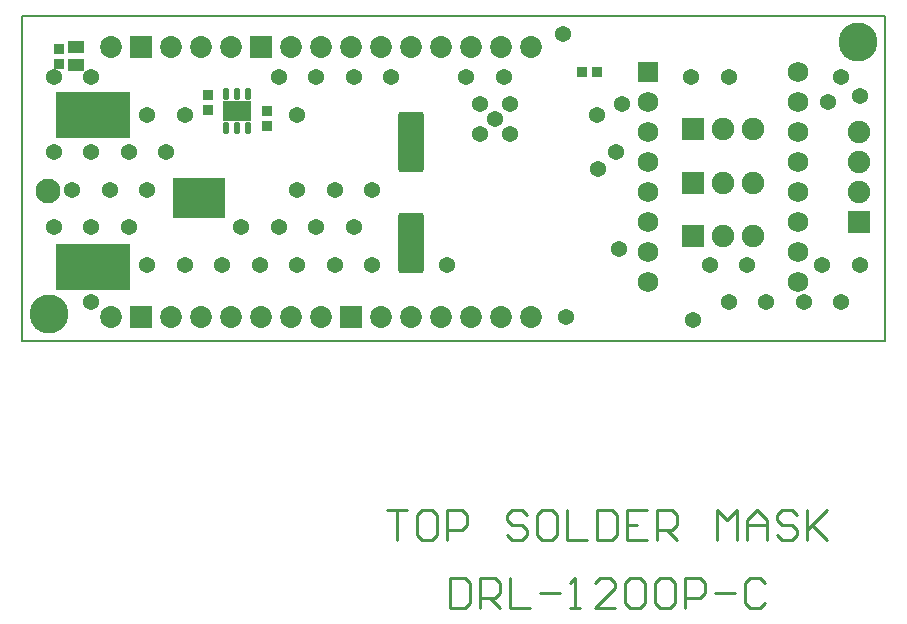
<source format=gts>
G04 Layer_Color=8388736*
%FSLAX24Y24*%
%MOIN*%
G70*
G01*
G75*
%ADD20C,0.0100*%
%ADD21C,0.0050*%
%ADD34R,0.0552X0.0414*%
%ADD35R,0.0560X0.0426*%
%ADD36R,0.0359X0.0320*%
G04:AMPARAMS|DCode=37|XSize=37.9mil|YSize=19.7mil|CornerRadius=4mil|HoleSize=0mil|Usage=FLASHONLY|Rotation=270.000|XOffset=0mil|YOffset=0mil|HoleType=Round|Shape=RoundedRectangle|*
%AMROUNDEDRECTD37*
21,1,0.0379,0.0118,0,0,270.0*
21,1,0.0299,0.0197,0,0,270.0*
1,1,0.0079,-0.0059,-0.0150*
1,1,0.0079,-0.0059,0.0150*
1,1,0.0079,0.0059,0.0150*
1,1,0.0079,0.0059,-0.0150*
%
%ADD37ROUNDEDRECTD37*%
%ADD38R,0.0973X0.0682*%
G04:AMPARAMS|DCode=39|XSize=203.2mil|YSize=87.1mil|CornerRadius=12.4mil|HoleSize=0mil|Usage=FLASHONLY|Rotation=270.000|XOffset=0mil|YOffset=0mil|HoleType=Round|Shape=RoundedRectangle|*
%AMROUNDEDRECTD39*
21,1,0.2032,0.0623,0,0,270.0*
21,1,0.1784,0.0871,0,0,270.0*
1,1,0.0248,-0.0312,-0.0892*
1,1,0.0248,-0.0312,0.0892*
1,1,0.0248,0.0312,0.0892*
1,1,0.0248,0.0312,-0.0892*
%
%ADD39ROUNDEDRECTD39*%
%ADD40R,0.2481X0.1575*%
%ADD41R,0.1772X0.1339*%
%ADD42R,0.0320X0.0359*%
%ADD43C,0.0827*%
%ADD44C,0.0690*%
%ADD45R,0.0690X0.0690*%
%ADD46C,0.0749*%
%ADD47R,0.0749X0.0749*%
%ADD48C,0.0730*%
%ADD49R,0.0730X0.0730*%
%ADD50R,0.0749X0.0749*%
%ADD51C,0.1300*%
%ADD52C,0.0540*%
D20*
X24252Y2100D02*
Y1100D01*
X24752D01*
X24918Y1267D01*
Y1933D01*
X24752Y2100D01*
X24252D01*
X25251Y1100D02*
Y2100D01*
X25751D01*
X25918Y1933D01*
Y1600D01*
X25751Y1433D01*
X25251D01*
X25585D02*
X25918Y1100D01*
X26251Y2100D02*
Y1100D01*
X26918D01*
X27251Y1600D02*
X27917D01*
X28250Y1100D02*
X28584D01*
X28417D01*
Y2100D01*
X28250Y1933D01*
X29750Y1100D02*
X29083D01*
X29750Y1766D01*
Y1933D01*
X29583Y2100D01*
X29250D01*
X29083Y1933D01*
X30083D02*
X30250Y2100D01*
X30583D01*
X30750Y1933D01*
Y1267D01*
X30583Y1100D01*
X30250D01*
X30083Y1267D01*
Y1933D01*
X31083D02*
X31249Y2100D01*
X31583D01*
X31749Y1933D01*
Y1267D01*
X31583Y1100D01*
X31249D01*
X31083Y1267D01*
Y1933D01*
X32083Y1100D02*
Y2100D01*
X32582D01*
X32749Y1933D01*
Y1600D01*
X32582Y1433D01*
X32083D01*
X33082Y1600D02*
X33749D01*
X34748Y1933D02*
X34582Y2100D01*
X34248D01*
X34082Y1933D01*
Y1267D01*
X34248Y1100D01*
X34582D01*
X34748Y1267D01*
X22169Y4350D02*
X22835D01*
X22502D01*
Y3350D01*
X23669Y4350D02*
X23335D01*
X23169Y4183D01*
Y3517D01*
X23335Y3350D01*
X23669D01*
X23835Y3517D01*
Y4183D01*
X23669Y4350D01*
X24168Y3350D02*
Y4350D01*
X24668D01*
X24835Y4183D01*
Y3850D01*
X24668Y3683D01*
X24168D01*
X26834Y4183D02*
X26668Y4350D01*
X26334D01*
X26168Y4183D01*
Y4016D01*
X26334Y3850D01*
X26668D01*
X26834Y3683D01*
Y3517D01*
X26668Y3350D01*
X26334D01*
X26168Y3517D01*
X27667Y4350D02*
X27334D01*
X27167Y4183D01*
Y3517D01*
X27334Y3350D01*
X27667D01*
X27834Y3517D01*
Y4183D01*
X27667Y4350D01*
X28167D02*
Y3350D01*
X28834D01*
X29167Y4350D02*
Y3350D01*
X29667D01*
X29833Y3517D01*
Y4183D01*
X29667Y4350D01*
X29167D01*
X30833D02*
X30166D01*
Y3350D01*
X30833D01*
X30166Y3850D02*
X30500D01*
X31166Y3350D02*
Y4350D01*
X31666D01*
X31833Y4183D01*
Y3850D01*
X31666Y3683D01*
X31166D01*
X31499D02*
X31833Y3350D01*
X33165D02*
Y4350D01*
X33499Y4016D01*
X33832Y4350D01*
Y3350D01*
X34165D02*
Y4016D01*
X34498Y4350D01*
X34832Y4016D01*
Y3350D01*
Y3850D01*
X34165D01*
X35831Y4183D02*
X35665Y4350D01*
X35331D01*
X35165Y4183D01*
Y4016D01*
X35331Y3850D01*
X35665D01*
X35831Y3683D01*
Y3517D01*
X35665Y3350D01*
X35331D01*
X35165Y3517D01*
X36165Y4350D02*
Y3350D01*
Y3683D01*
X36831Y4350D01*
X36331Y3850D01*
X36831Y3350D01*
D21*
X10000Y20827D02*
X38740D01*
Y10000D02*
Y20827D01*
X10000Y10000D02*
Y20827D01*
Y10000D02*
X38740D01*
D34*
X11801Y19177D02*
D03*
D35*
Y19791D02*
D03*
D36*
X11220Y19230D02*
D03*
Y19738D02*
D03*
X16173Y17673D02*
D03*
Y18181D02*
D03*
X18142Y17665D02*
D03*
Y17157D02*
D03*
D37*
X17531Y18234D02*
D03*
X17157D02*
D03*
X16783D02*
D03*
Y17104D02*
D03*
X17157D02*
D03*
X17531D02*
D03*
D38*
X17157Y17669D02*
D03*
D39*
X22961Y16620D02*
D03*
Y13254D02*
D03*
D40*
X12350Y17535D02*
D03*
Y12457D02*
D03*
D41*
X15874Y14740D02*
D03*
D42*
X29152Y18957D02*
D03*
X28644D02*
D03*
D43*
X10854Y14996D02*
D03*
D44*
X30846Y15957D02*
D03*
X35846D02*
D03*
X30846Y14957D02*
D03*
Y13957D02*
D03*
Y12957D02*
D03*
Y11957D02*
D03*
Y16957D02*
D03*
Y17957D02*
D03*
X35846Y16957D02*
D03*
Y17957D02*
D03*
Y18957D02*
D03*
Y14957D02*
D03*
Y13957D02*
D03*
Y12957D02*
D03*
Y11957D02*
D03*
D45*
X30846Y18957D02*
D03*
D46*
X37874Y16957D02*
D03*
Y14957D02*
D03*
Y15957D02*
D03*
X34362Y13472D02*
D03*
X33362D02*
D03*
X34346Y15260D02*
D03*
X33346D02*
D03*
X34362Y17047D02*
D03*
X33362D02*
D03*
D47*
X37874Y13957D02*
D03*
D48*
X12961Y10787D02*
D03*
X14961D02*
D03*
X15961D02*
D03*
X16961D02*
D03*
X17961D02*
D03*
X18961D02*
D03*
X19961D02*
D03*
X21961D02*
D03*
X22961D02*
D03*
X23961D02*
D03*
X24961D02*
D03*
X25961D02*
D03*
X26961D02*
D03*
X12961Y19787D02*
D03*
X14961D02*
D03*
X15961D02*
D03*
X16961D02*
D03*
X18961D02*
D03*
X19961D02*
D03*
X20961D02*
D03*
X21961D02*
D03*
X22961D02*
D03*
X23961D02*
D03*
X24961D02*
D03*
X25961D02*
D03*
X26961D02*
D03*
D49*
X13961Y10787D02*
D03*
X20961D02*
D03*
X13961Y19787D02*
D03*
X17961D02*
D03*
D50*
X32362Y13472D02*
D03*
X32346Y15260D02*
D03*
X32362Y17047D02*
D03*
D51*
X10886Y10886D02*
D03*
X37854Y19941D02*
D03*
D52*
X37920Y18169D02*
D03*
X36870Y17957D02*
D03*
X28012Y20236D02*
D03*
X29882Y13051D02*
D03*
X32362Y10689D02*
D03*
X28110Y10787D02*
D03*
X29980Y17874D02*
D03*
X29193Y15709D02*
D03*
X25748Y17382D02*
D03*
X26240Y17874D02*
D03*
X25256D02*
D03*
X26240Y16890D02*
D03*
X25256D02*
D03*
X11045Y13781D02*
D03*
X11670Y15031D02*
D03*
X11045Y16281D02*
D03*
Y18781D02*
D03*
X12295Y11281D02*
D03*
Y13781D02*
D03*
X12920Y15031D02*
D03*
X12295Y16281D02*
D03*
Y18781D02*
D03*
X14170Y12531D02*
D03*
X13545Y13781D02*
D03*
X14170Y15031D02*
D03*
X13545Y16281D02*
D03*
X14170Y17531D02*
D03*
X15420Y12531D02*
D03*
X14795Y16281D02*
D03*
X15420Y17531D02*
D03*
X16670Y12531D02*
D03*
X17920D02*
D03*
X17295Y13781D02*
D03*
X19170Y12531D02*
D03*
X18545Y13781D02*
D03*
X19170Y15031D02*
D03*
Y17531D02*
D03*
X18545Y18781D02*
D03*
X20420Y12531D02*
D03*
X19795Y13781D02*
D03*
X20420Y15031D02*
D03*
X19795Y18781D02*
D03*
X21670Y12531D02*
D03*
X21045Y13781D02*
D03*
X21670Y15031D02*
D03*
X21045Y18781D02*
D03*
X22295D02*
D03*
X24170Y12531D02*
D03*
X24795Y18781D02*
D03*
X26045D02*
D03*
X29170Y17531D02*
D03*
X29795Y16281D02*
D03*
X32920Y12531D02*
D03*
X32295Y18781D02*
D03*
X33545Y11281D02*
D03*
X34170Y12531D02*
D03*
X33545Y18781D02*
D03*
X34795Y11281D02*
D03*
X36045D02*
D03*
X36670Y12531D02*
D03*
X37295Y11281D02*
D03*
X37920Y12531D02*
D03*
X37295Y18781D02*
D03*
M02*

</source>
